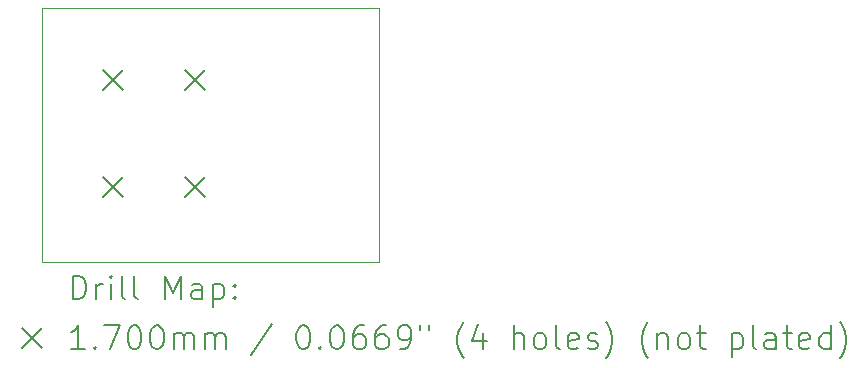
<source format=gbr>
%TF.GenerationSoftware,KiCad,Pcbnew,8.0.1*%
%TF.CreationDate,2024-03-31T17:01:06-05:00*%
%TF.ProjectId,minimidi_v1,6d696e69-6d69-4646-995f-76312e6b6963,rev?*%
%TF.SameCoordinates,Original*%
%TF.FileFunction,Drillmap*%
%TF.FilePolarity,Positive*%
%FSLAX45Y45*%
G04 Gerber Fmt 4.5, Leading zero omitted, Abs format (unit mm)*
G04 Created by KiCad (PCBNEW 8.0.1) date 2024-03-31 17:01:06*
%MOMM*%
%LPD*%
G01*
G04 APERTURE LIST*
%ADD10C,0.050000*%
%ADD11C,0.200000*%
%ADD12C,0.170000*%
G04 APERTURE END LIST*
D10*
X12050000Y-8350000D02*
X14900000Y-8350000D01*
X14900000Y-10500000D01*
X12050000Y-10500000D01*
X12050000Y-8350000D01*
D11*
D12*
X12561810Y-8875000D02*
X12731810Y-9045000D01*
X12731810Y-8875000D02*
X12561810Y-9045000D01*
X12561810Y-9775000D02*
X12731810Y-9945000D01*
X12731810Y-9775000D02*
X12561810Y-9945000D01*
X13261810Y-8875000D02*
X13431810Y-9045000D01*
X13431810Y-8875000D02*
X13261810Y-9045000D01*
X13261810Y-9775000D02*
X13431810Y-9945000D01*
X13431810Y-9775000D02*
X13261810Y-9945000D01*
D11*
X12308277Y-10813984D02*
X12308277Y-10613984D01*
X12308277Y-10613984D02*
X12355896Y-10613984D01*
X12355896Y-10613984D02*
X12384467Y-10623508D01*
X12384467Y-10623508D02*
X12403515Y-10642555D01*
X12403515Y-10642555D02*
X12413039Y-10661603D01*
X12413039Y-10661603D02*
X12422562Y-10699698D01*
X12422562Y-10699698D02*
X12422562Y-10728270D01*
X12422562Y-10728270D02*
X12413039Y-10766365D01*
X12413039Y-10766365D02*
X12403515Y-10785412D01*
X12403515Y-10785412D02*
X12384467Y-10804460D01*
X12384467Y-10804460D02*
X12355896Y-10813984D01*
X12355896Y-10813984D02*
X12308277Y-10813984D01*
X12508277Y-10813984D02*
X12508277Y-10680650D01*
X12508277Y-10718746D02*
X12517801Y-10699698D01*
X12517801Y-10699698D02*
X12527324Y-10690174D01*
X12527324Y-10690174D02*
X12546372Y-10680650D01*
X12546372Y-10680650D02*
X12565420Y-10680650D01*
X12632086Y-10813984D02*
X12632086Y-10680650D01*
X12632086Y-10613984D02*
X12622562Y-10623508D01*
X12622562Y-10623508D02*
X12632086Y-10633031D01*
X12632086Y-10633031D02*
X12641610Y-10623508D01*
X12641610Y-10623508D02*
X12632086Y-10613984D01*
X12632086Y-10613984D02*
X12632086Y-10633031D01*
X12755896Y-10813984D02*
X12736848Y-10804460D01*
X12736848Y-10804460D02*
X12727324Y-10785412D01*
X12727324Y-10785412D02*
X12727324Y-10613984D01*
X12860658Y-10813984D02*
X12841610Y-10804460D01*
X12841610Y-10804460D02*
X12832086Y-10785412D01*
X12832086Y-10785412D02*
X12832086Y-10613984D01*
X13089229Y-10813984D02*
X13089229Y-10613984D01*
X13089229Y-10613984D02*
X13155896Y-10756841D01*
X13155896Y-10756841D02*
X13222562Y-10613984D01*
X13222562Y-10613984D02*
X13222562Y-10813984D01*
X13403515Y-10813984D02*
X13403515Y-10709222D01*
X13403515Y-10709222D02*
X13393991Y-10690174D01*
X13393991Y-10690174D02*
X13374943Y-10680650D01*
X13374943Y-10680650D02*
X13336848Y-10680650D01*
X13336848Y-10680650D02*
X13317801Y-10690174D01*
X13403515Y-10804460D02*
X13384467Y-10813984D01*
X13384467Y-10813984D02*
X13336848Y-10813984D01*
X13336848Y-10813984D02*
X13317801Y-10804460D01*
X13317801Y-10804460D02*
X13308277Y-10785412D01*
X13308277Y-10785412D02*
X13308277Y-10766365D01*
X13308277Y-10766365D02*
X13317801Y-10747317D01*
X13317801Y-10747317D02*
X13336848Y-10737793D01*
X13336848Y-10737793D02*
X13384467Y-10737793D01*
X13384467Y-10737793D02*
X13403515Y-10728270D01*
X13498753Y-10680650D02*
X13498753Y-10880650D01*
X13498753Y-10690174D02*
X13517801Y-10680650D01*
X13517801Y-10680650D02*
X13555896Y-10680650D01*
X13555896Y-10680650D02*
X13574943Y-10690174D01*
X13574943Y-10690174D02*
X13584467Y-10699698D01*
X13584467Y-10699698D02*
X13593991Y-10718746D01*
X13593991Y-10718746D02*
X13593991Y-10775889D01*
X13593991Y-10775889D02*
X13584467Y-10794936D01*
X13584467Y-10794936D02*
X13574943Y-10804460D01*
X13574943Y-10804460D02*
X13555896Y-10813984D01*
X13555896Y-10813984D02*
X13517801Y-10813984D01*
X13517801Y-10813984D02*
X13498753Y-10804460D01*
X13679705Y-10794936D02*
X13689229Y-10804460D01*
X13689229Y-10804460D02*
X13679705Y-10813984D01*
X13679705Y-10813984D02*
X13670182Y-10804460D01*
X13670182Y-10804460D02*
X13679705Y-10794936D01*
X13679705Y-10794936D02*
X13679705Y-10813984D01*
X13679705Y-10690174D02*
X13689229Y-10699698D01*
X13689229Y-10699698D02*
X13679705Y-10709222D01*
X13679705Y-10709222D02*
X13670182Y-10699698D01*
X13670182Y-10699698D02*
X13679705Y-10690174D01*
X13679705Y-10690174D02*
X13679705Y-10709222D01*
D12*
X11877500Y-11057500D02*
X12047500Y-11227500D01*
X12047500Y-11057500D02*
X11877500Y-11227500D01*
D11*
X12413039Y-11233984D02*
X12298753Y-11233984D01*
X12355896Y-11233984D02*
X12355896Y-11033984D01*
X12355896Y-11033984D02*
X12336848Y-11062555D01*
X12336848Y-11062555D02*
X12317801Y-11081603D01*
X12317801Y-11081603D02*
X12298753Y-11091127D01*
X12498753Y-11214936D02*
X12508277Y-11224460D01*
X12508277Y-11224460D02*
X12498753Y-11233984D01*
X12498753Y-11233984D02*
X12489229Y-11224460D01*
X12489229Y-11224460D02*
X12498753Y-11214936D01*
X12498753Y-11214936D02*
X12498753Y-11233984D01*
X12574943Y-11033984D02*
X12708277Y-11033984D01*
X12708277Y-11033984D02*
X12622562Y-11233984D01*
X12822562Y-11033984D02*
X12841610Y-11033984D01*
X12841610Y-11033984D02*
X12860658Y-11043508D01*
X12860658Y-11043508D02*
X12870182Y-11053031D01*
X12870182Y-11053031D02*
X12879705Y-11072079D01*
X12879705Y-11072079D02*
X12889229Y-11110174D01*
X12889229Y-11110174D02*
X12889229Y-11157793D01*
X12889229Y-11157793D02*
X12879705Y-11195888D01*
X12879705Y-11195888D02*
X12870182Y-11214936D01*
X12870182Y-11214936D02*
X12860658Y-11224460D01*
X12860658Y-11224460D02*
X12841610Y-11233984D01*
X12841610Y-11233984D02*
X12822562Y-11233984D01*
X12822562Y-11233984D02*
X12803515Y-11224460D01*
X12803515Y-11224460D02*
X12793991Y-11214936D01*
X12793991Y-11214936D02*
X12784467Y-11195888D01*
X12784467Y-11195888D02*
X12774943Y-11157793D01*
X12774943Y-11157793D02*
X12774943Y-11110174D01*
X12774943Y-11110174D02*
X12784467Y-11072079D01*
X12784467Y-11072079D02*
X12793991Y-11053031D01*
X12793991Y-11053031D02*
X12803515Y-11043508D01*
X12803515Y-11043508D02*
X12822562Y-11033984D01*
X13013039Y-11033984D02*
X13032086Y-11033984D01*
X13032086Y-11033984D02*
X13051134Y-11043508D01*
X13051134Y-11043508D02*
X13060658Y-11053031D01*
X13060658Y-11053031D02*
X13070182Y-11072079D01*
X13070182Y-11072079D02*
X13079705Y-11110174D01*
X13079705Y-11110174D02*
X13079705Y-11157793D01*
X13079705Y-11157793D02*
X13070182Y-11195888D01*
X13070182Y-11195888D02*
X13060658Y-11214936D01*
X13060658Y-11214936D02*
X13051134Y-11224460D01*
X13051134Y-11224460D02*
X13032086Y-11233984D01*
X13032086Y-11233984D02*
X13013039Y-11233984D01*
X13013039Y-11233984D02*
X12993991Y-11224460D01*
X12993991Y-11224460D02*
X12984467Y-11214936D01*
X12984467Y-11214936D02*
X12974943Y-11195888D01*
X12974943Y-11195888D02*
X12965420Y-11157793D01*
X12965420Y-11157793D02*
X12965420Y-11110174D01*
X12965420Y-11110174D02*
X12974943Y-11072079D01*
X12974943Y-11072079D02*
X12984467Y-11053031D01*
X12984467Y-11053031D02*
X12993991Y-11043508D01*
X12993991Y-11043508D02*
X13013039Y-11033984D01*
X13165420Y-11233984D02*
X13165420Y-11100650D01*
X13165420Y-11119698D02*
X13174943Y-11110174D01*
X13174943Y-11110174D02*
X13193991Y-11100650D01*
X13193991Y-11100650D02*
X13222563Y-11100650D01*
X13222563Y-11100650D02*
X13241610Y-11110174D01*
X13241610Y-11110174D02*
X13251134Y-11129222D01*
X13251134Y-11129222D02*
X13251134Y-11233984D01*
X13251134Y-11129222D02*
X13260658Y-11110174D01*
X13260658Y-11110174D02*
X13279705Y-11100650D01*
X13279705Y-11100650D02*
X13308277Y-11100650D01*
X13308277Y-11100650D02*
X13327324Y-11110174D01*
X13327324Y-11110174D02*
X13336848Y-11129222D01*
X13336848Y-11129222D02*
X13336848Y-11233984D01*
X13432086Y-11233984D02*
X13432086Y-11100650D01*
X13432086Y-11119698D02*
X13441610Y-11110174D01*
X13441610Y-11110174D02*
X13460658Y-11100650D01*
X13460658Y-11100650D02*
X13489229Y-11100650D01*
X13489229Y-11100650D02*
X13508277Y-11110174D01*
X13508277Y-11110174D02*
X13517801Y-11129222D01*
X13517801Y-11129222D02*
X13517801Y-11233984D01*
X13517801Y-11129222D02*
X13527324Y-11110174D01*
X13527324Y-11110174D02*
X13546372Y-11100650D01*
X13546372Y-11100650D02*
X13574943Y-11100650D01*
X13574943Y-11100650D02*
X13593991Y-11110174D01*
X13593991Y-11110174D02*
X13603515Y-11129222D01*
X13603515Y-11129222D02*
X13603515Y-11233984D01*
X13993991Y-11024460D02*
X13822563Y-11281603D01*
X14251134Y-11033984D02*
X14270182Y-11033984D01*
X14270182Y-11033984D02*
X14289229Y-11043508D01*
X14289229Y-11043508D02*
X14298753Y-11053031D01*
X14298753Y-11053031D02*
X14308277Y-11072079D01*
X14308277Y-11072079D02*
X14317801Y-11110174D01*
X14317801Y-11110174D02*
X14317801Y-11157793D01*
X14317801Y-11157793D02*
X14308277Y-11195888D01*
X14308277Y-11195888D02*
X14298753Y-11214936D01*
X14298753Y-11214936D02*
X14289229Y-11224460D01*
X14289229Y-11224460D02*
X14270182Y-11233984D01*
X14270182Y-11233984D02*
X14251134Y-11233984D01*
X14251134Y-11233984D02*
X14232086Y-11224460D01*
X14232086Y-11224460D02*
X14222563Y-11214936D01*
X14222563Y-11214936D02*
X14213039Y-11195888D01*
X14213039Y-11195888D02*
X14203515Y-11157793D01*
X14203515Y-11157793D02*
X14203515Y-11110174D01*
X14203515Y-11110174D02*
X14213039Y-11072079D01*
X14213039Y-11072079D02*
X14222563Y-11053031D01*
X14222563Y-11053031D02*
X14232086Y-11043508D01*
X14232086Y-11043508D02*
X14251134Y-11033984D01*
X14403515Y-11214936D02*
X14413039Y-11224460D01*
X14413039Y-11224460D02*
X14403515Y-11233984D01*
X14403515Y-11233984D02*
X14393991Y-11224460D01*
X14393991Y-11224460D02*
X14403515Y-11214936D01*
X14403515Y-11214936D02*
X14403515Y-11233984D01*
X14536848Y-11033984D02*
X14555896Y-11033984D01*
X14555896Y-11033984D02*
X14574944Y-11043508D01*
X14574944Y-11043508D02*
X14584467Y-11053031D01*
X14584467Y-11053031D02*
X14593991Y-11072079D01*
X14593991Y-11072079D02*
X14603515Y-11110174D01*
X14603515Y-11110174D02*
X14603515Y-11157793D01*
X14603515Y-11157793D02*
X14593991Y-11195888D01*
X14593991Y-11195888D02*
X14584467Y-11214936D01*
X14584467Y-11214936D02*
X14574944Y-11224460D01*
X14574944Y-11224460D02*
X14555896Y-11233984D01*
X14555896Y-11233984D02*
X14536848Y-11233984D01*
X14536848Y-11233984D02*
X14517801Y-11224460D01*
X14517801Y-11224460D02*
X14508277Y-11214936D01*
X14508277Y-11214936D02*
X14498753Y-11195888D01*
X14498753Y-11195888D02*
X14489229Y-11157793D01*
X14489229Y-11157793D02*
X14489229Y-11110174D01*
X14489229Y-11110174D02*
X14498753Y-11072079D01*
X14498753Y-11072079D02*
X14508277Y-11053031D01*
X14508277Y-11053031D02*
X14517801Y-11043508D01*
X14517801Y-11043508D02*
X14536848Y-11033984D01*
X14774944Y-11033984D02*
X14736848Y-11033984D01*
X14736848Y-11033984D02*
X14717801Y-11043508D01*
X14717801Y-11043508D02*
X14708277Y-11053031D01*
X14708277Y-11053031D02*
X14689229Y-11081603D01*
X14689229Y-11081603D02*
X14679706Y-11119698D01*
X14679706Y-11119698D02*
X14679706Y-11195888D01*
X14679706Y-11195888D02*
X14689229Y-11214936D01*
X14689229Y-11214936D02*
X14698753Y-11224460D01*
X14698753Y-11224460D02*
X14717801Y-11233984D01*
X14717801Y-11233984D02*
X14755896Y-11233984D01*
X14755896Y-11233984D02*
X14774944Y-11224460D01*
X14774944Y-11224460D02*
X14784467Y-11214936D01*
X14784467Y-11214936D02*
X14793991Y-11195888D01*
X14793991Y-11195888D02*
X14793991Y-11148270D01*
X14793991Y-11148270D02*
X14784467Y-11129222D01*
X14784467Y-11129222D02*
X14774944Y-11119698D01*
X14774944Y-11119698D02*
X14755896Y-11110174D01*
X14755896Y-11110174D02*
X14717801Y-11110174D01*
X14717801Y-11110174D02*
X14698753Y-11119698D01*
X14698753Y-11119698D02*
X14689229Y-11129222D01*
X14689229Y-11129222D02*
X14679706Y-11148270D01*
X14965420Y-11033984D02*
X14927325Y-11033984D01*
X14927325Y-11033984D02*
X14908277Y-11043508D01*
X14908277Y-11043508D02*
X14898753Y-11053031D01*
X14898753Y-11053031D02*
X14879706Y-11081603D01*
X14879706Y-11081603D02*
X14870182Y-11119698D01*
X14870182Y-11119698D02*
X14870182Y-11195888D01*
X14870182Y-11195888D02*
X14879706Y-11214936D01*
X14879706Y-11214936D02*
X14889229Y-11224460D01*
X14889229Y-11224460D02*
X14908277Y-11233984D01*
X14908277Y-11233984D02*
X14946372Y-11233984D01*
X14946372Y-11233984D02*
X14965420Y-11224460D01*
X14965420Y-11224460D02*
X14974944Y-11214936D01*
X14974944Y-11214936D02*
X14984467Y-11195888D01*
X14984467Y-11195888D02*
X14984467Y-11148270D01*
X14984467Y-11148270D02*
X14974944Y-11129222D01*
X14974944Y-11129222D02*
X14965420Y-11119698D01*
X14965420Y-11119698D02*
X14946372Y-11110174D01*
X14946372Y-11110174D02*
X14908277Y-11110174D01*
X14908277Y-11110174D02*
X14889229Y-11119698D01*
X14889229Y-11119698D02*
X14879706Y-11129222D01*
X14879706Y-11129222D02*
X14870182Y-11148270D01*
X15079706Y-11233984D02*
X15117801Y-11233984D01*
X15117801Y-11233984D02*
X15136848Y-11224460D01*
X15136848Y-11224460D02*
X15146372Y-11214936D01*
X15146372Y-11214936D02*
X15165420Y-11186365D01*
X15165420Y-11186365D02*
X15174944Y-11148270D01*
X15174944Y-11148270D02*
X15174944Y-11072079D01*
X15174944Y-11072079D02*
X15165420Y-11053031D01*
X15165420Y-11053031D02*
X15155896Y-11043508D01*
X15155896Y-11043508D02*
X15136848Y-11033984D01*
X15136848Y-11033984D02*
X15098753Y-11033984D01*
X15098753Y-11033984D02*
X15079706Y-11043508D01*
X15079706Y-11043508D02*
X15070182Y-11053031D01*
X15070182Y-11053031D02*
X15060658Y-11072079D01*
X15060658Y-11072079D02*
X15060658Y-11119698D01*
X15060658Y-11119698D02*
X15070182Y-11138746D01*
X15070182Y-11138746D02*
X15079706Y-11148270D01*
X15079706Y-11148270D02*
X15098753Y-11157793D01*
X15098753Y-11157793D02*
X15136848Y-11157793D01*
X15136848Y-11157793D02*
X15155896Y-11148270D01*
X15155896Y-11148270D02*
X15165420Y-11138746D01*
X15165420Y-11138746D02*
X15174944Y-11119698D01*
X15251134Y-11033984D02*
X15251134Y-11072079D01*
X15327325Y-11033984D02*
X15327325Y-11072079D01*
X15622563Y-11310174D02*
X15613039Y-11300650D01*
X15613039Y-11300650D02*
X15593991Y-11272079D01*
X15593991Y-11272079D02*
X15584468Y-11253031D01*
X15584468Y-11253031D02*
X15574944Y-11224460D01*
X15574944Y-11224460D02*
X15565420Y-11176841D01*
X15565420Y-11176841D02*
X15565420Y-11138746D01*
X15565420Y-11138746D02*
X15574944Y-11091127D01*
X15574944Y-11091127D02*
X15584468Y-11062555D01*
X15584468Y-11062555D02*
X15593991Y-11043508D01*
X15593991Y-11043508D02*
X15613039Y-11014936D01*
X15613039Y-11014936D02*
X15622563Y-11005412D01*
X15784468Y-11100650D02*
X15784468Y-11233984D01*
X15736848Y-11024460D02*
X15689229Y-11167317D01*
X15689229Y-11167317D02*
X15813039Y-11167317D01*
X16041610Y-11233984D02*
X16041610Y-11033984D01*
X16127325Y-11233984D02*
X16127325Y-11129222D01*
X16127325Y-11129222D02*
X16117801Y-11110174D01*
X16117801Y-11110174D02*
X16098753Y-11100650D01*
X16098753Y-11100650D02*
X16070182Y-11100650D01*
X16070182Y-11100650D02*
X16051134Y-11110174D01*
X16051134Y-11110174D02*
X16041610Y-11119698D01*
X16251134Y-11233984D02*
X16232087Y-11224460D01*
X16232087Y-11224460D02*
X16222563Y-11214936D01*
X16222563Y-11214936D02*
X16213039Y-11195888D01*
X16213039Y-11195888D02*
X16213039Y-11138746D01*
X16213039Y-11138746D02*
X16222563Y-11119698D01*
X16222563Y-11119698D02*
X16232087Y-11110174D01*
X16232087Y-11110174D02*
X16251134Y-11100650D01*
X16251134Y-11100650D02*
X16279706Y-11100650D01*
X16279706Y-11100650D02*
X16298753Y-11110174D01*
X16298753Y-11110174D02*
X16308277Y-11119698D01*
X16308277Y-11119698D02*
X16317801Y-11138746D01*
X16317801Y-11138746D02*
X16317801Y-11195888D01*
X16317801Y-11195888D02*
X16308277Y-11214936D01*
X16308277Y-11214936D02*
X16298753Y-11224460D01*
X16298753Y-11224460D02*
X16279706Y-11233984D01*
X16279706Y-11233984D02*
X16251134Y-11233984D01*
X16432087Y-11233984D02*
X16413039Y-11224460D01*
X16413039Y-11224460D02*
X16403515Y-11205412D01*
X16403515Y-11205412D02*
X16403515Y-11033984D01*
X16584468Y-11224460D02*
X16565420Y-11233984D01*
X16565420Y-11233984D02*
X16527325Y-11233984D01*
X16527325Y-11233984D02*
X16508277Y-11224460D01*
X16508277Y-11224460D02*
X16498753Y-11205412D01*
X16498753Y-11205412D02*
X16498753Y-11129222D01*
X16498753Y-11129222D02*
X16508277Y-11110174D01*
X16508277Y-11110174D02*
X16527325Y-11100650D01*
X16527325Y-11100650D02*
X16565420Y-11100650D01*
X16565420Y-11100650D02*
X16584468Y-11110174D01*
X16584468Y-11110174D02*
X16593991Y-11129222D01*
X16593991Y-11129222D02*
X16593991Y-11148270D01*
X16593991Y-11148270D02*
X16498753Y-11167317D01*
X16670182Y-11224460D02*
X16689230Y-11233984D01*
X16689230Y-11233984D02*
X16727325Y-11233984D01*
X16727325Y-11233984D02*
X16746372Y-11224460D01*
X16746372Y-11224460D02*
X16755896Y-11205412D01*
X16755896Y-11205412D02*
X16755896Y-11195888D01*
X16755896Y-11195888D02*
X16746372Y-11176841D01*
X16746372Y-11176841D02*
X16727325Y-11167317D01*
X16727325Y-11167317D02*
X16698753Y-11167317D01*
X16698753Y-11167317D02*
X16679706Y-11157793D01*
X16679706Y-11157793D02*
X16670182Y-11138746D01*
X16670182Y-11138746D02*
X16670182Y-11129222D01*
X16670182Y-11129222D02*
X16679706Y-11110174D01*
X16679706Y-11110174D02*
X16698753Y-11100650D01*
X16698753Y-11100650D02*
X16727325Y-11100650D01*
X16727325Y-11100650D02*
X16746372Y-11110174D01*
X16822563Y-11310174D02*
X16832087Y-11300650D01*
X16832087Y-11300650D02*
X16851134Y-11272079D01*
X16851134Y-11272079D02*
X16860658Y-11253031D01*
X16860658Y-11253031D02*
X16870182Y-11224460D01*
X16870182Y-11224460D02*
X16879706Y-11176841D01*
X16879706Y-11176841D02*
X16879706Y-11138746D01*
X16879706Y-11138746D02*
X16870182Y-11091127D01*
X16870182Y-11091127D02*
X16860658Y-11062555D01*
X16860658Y-11062555D02*
X16851134Y-11043508D01*
X16851134Y-11043508D02*
X16832087Y-11014936D01*
X16832087Y-11014936D02*
X16822563Y-11005412D01*
X17184468Y-11310174D02*
X17174944Y-11300650D01*
X17174944Y-11300650D02*
X17155896Y-11272079D01*
X17155896Y-11272079D02*
X17146373Y-11253031D01*
X17146373Y-11253031D02*
X17136849Y-11224460D01*
X17136849Y-11224460D02*
X17127325Y-11176841D01*
X17127325Y-11176841D02*
X17127325Y-11138746D01*
X17127325Y-11138746D02*
X17136849Y-11091127D01*
X17136849Y-11091127D02*
X17146373Y-11062555D01*
X17146373Y-11062555D02*
X17155896Y-11043508D01*
X17155896Y-11043508D02*
X17174944Y-11014936D01*
X17174944Y-11014936D02*
X17184468Y-11005412D01*
X17260658Y-11100650D02*
X17260658Y-11233984D01*
X17260658Y-11119698D02*
X17270182Y-11110174D01*
X17270182Y-11110174D02*
X17289230Y-11100650D01*
X17289230Y-11100650D02*
X17317801Y-11100650D01*
X17317801Y-11100650D02*
X17336849Y-11110174D01*
X17336849Y-11110174D02*
X17346373Y-11129222D01*
X17346373Y-11129222D02*
X17346373Y-11233984D01*
X17470182Y-11233984D02*
X17451134Y-11224460D01*
X17451134Y-11224460D02*
X17441611Y-11214936D01*
X17441611Y-11214936D02*
X17432087Y-11195888D01*
X17432087Y-11195888D02*
X17432087Y-11138746D01*
X17432087Y-11138746D02*
X17441611Y-11119698D01*
X17441611Y-11119698D02*
X17451134Y-11110174D01*
X17451134Y-11110174D02*
X17470182Y-11100650D01*
X17470182Y-11100650D02*
X17498754Y-11100650D01*
X17498754Y-11100650D02*
X17517801Y-11110174D01*
X17517801Y-11110174D02*
X17527325Y-11119698D01*
X17527325Y-11119698D02*
X17536849Y-11138746D01*
X17536849Y-11138746D02*
X17536849Y-11195888D01*
X17536849Y-11195888D02*
X17527325Y-11214936D01*
X17527325Y-11214936D02*
X17517801Y-11224460D01*
X17517801Y-11224460D02*
X17498754Y-11233984D01*
X17498754Y-11233984D02*
X17470182Y-11233984D01*
X17593992Y-11100650D02*
X17670182Y-11100650D01*
X17622563Y-11033984D02*
X17622563Y-11205412D01*
X17622563Y-11205412D02*
X17632087Y-11224460D01*
X17632087Y-11224460D02*
X17651134Y-11233984D01*
X17651134Y-11233984D02*
X17670182Y-11233984D01*
X17889230Y-11100650D02*
X17889230Y-11300650D01*
X17889230Y-11110174D02*
X17908277Y-11100650D01*
X17908277Y-11100650D02*
X17946373Y-11100650D01*
X17946373Y-11100650D02*
X17965420Y-11110174D01*
X17965420Y-11110174D02*
X17974944Y-11119698D01*
X17974944Y-11119698D02*
X17984468Y-11138746D01*
X17984468Y-11138746D02*
X17984468Y-11195888D01*
X17984468Y-11195888D02*
X17974944Y-11214936D01*
X17974944Y-11214936D02*
X17965420Y-11224460D01*
X17965420Y-11224460D02*
X17946373Y-11233984D01*
X17946373Y-11233984D02*
X17908277Y-11233984D01*
X17908277Y-11233984D02*
X17889230Y-11224460D01*
X18098754Y-11233984D02*
X18079706Y-11224460D01*
X18079706Y-11224460D02*
X18070182Y-11205412D01*
X18070182Y-11205412D02*
X18070182Y-11033984D01*
X18260658Y-11233984D02*
X18260658Y-11129222D01*
X18260658Y-11129222D02*
X18251135Y-11110174D01*
X18251135Y-11110174D02*
X18232087Y-11100650D01*
X18232087Y-11100650D02*
X18193992Y-11100650D01*
X18193992Y-11100650D02*
X18174944Y-11110174D01*
X18260658Y-11224460D02*
X18241611Y-11233984D01*
X18241611Y-11233984D02*
X18193992Y-11233984D01*
X18193992Y-11233984D02*
X18174944Y-11224460D01*
X18174944Y-11224460D02*
X18165420Y-11205412D01*
X18165420Y-11205412D02*
X18165420Y-11186365D01*
X18165420Y-11186365D02*
X18174944Y-11167317D01*
X18174944Y-11167317D02*
X18193992Y-11157793D01*
X18193992Y-11157793D02*
X18241611Y-11157793D01*
X18241611Y-11157793D02*
X18260658Y-11148270D01*
X18327325Y-11100650D02*
X18403515Y-11100650D01*
X18355896Y-11033984D02*
X18355896Y-11205412D01*
X18355896Y-11205412D02*
X18365420Y-11224460D01*
X18365420Y-11224460D02*
X18384468Y-11233984D01*
X18384468Y-11233984D02*
X18403515Y-11233984D01*
X18546373Y-11224460D02*
X18527325Y-11233984D01*
X18527325Y-11233984D02*
X18489230Y-11233984D01*
X18489230Y-11233984D02*
X18470182Y-11224460D01*
X18470182Y-11224460D02*
X18460658Y-11205412D01*
X18460658Y-11205412D02*
X18460658Y-11129222D01*
X18460658Y-11129222D02*
X18470182Y-11110174D01*
X18470182Y-11110174D02*
X18489230Y-11100650D01*
X18489230Y-11100650D02*
X18527325Y-11100650D01*
X18527325Y-11100650D02*
X18546373Y-11110174D01*
X18546373Y-11110174D02*
X18555896Y-11129222D01*
X18555896Y-11129222D02*
X18555896Y-11148270D01*
X18555896Y-11148270D02*
X18460658Y-11167317D01*
X18727325Y-11233984D02*
X18727325Y-11033984D01*
X18727325Y-11224460D02*
X18708277Y-11233984D01*
X18708277Y-11233984D02*
X18670182Y-11233984D01*
X18670182Y-11233984D02*
X18651135Y-11224460D01*
X18651135Y-11224460D02*
X18641611Y-11214936D01*
X18641611Y-11214936D02*
X18632087Y-11195888D01*
X18632087Y-11195888D02*
X18632087Y-11138746D01*
X18632087Y-11138746D02*
X18641611Y-11119698D01*
X18641611Y-11119698D02*
X18651135Y-11110174D01*
X18651135Y-11110174D02*
X18670182Y-11100650D01*
X18670182Y-11100650D02*
X18708277Y-11100650D01*
X18708277Y-11100650D02*
X18727325Y-11110174D01*
X18803516Y-11310174D02*
X18813039Y-11300650D01*
X18813039Y-11300650D02*
X18832087Y-11272079D01*
X18832087Y-11272079D02*
X18841611Y-11253031D01*
X18841611Y-11253031D02*
X18851135Y-11224460D01*
X18851135Y-11224460D02*
X18860658Y-11176841D01*
X18860658Y-11176841D02*
X18860658Y-11138746D01*
X18860658Y-11138746D02*
X18851135Y-11091127D01*
X18851135Y-11091127D02*
X18841611Y-11062555D01*
X18841611Y-11062555D02*
X18832087Y-11043508D01*
X18832087Y-11043508D02*
X18813039Y-11014936D01*
X18813039Y-11014936D02*
X18803516Y-11005412D01*
M02*

</source>
